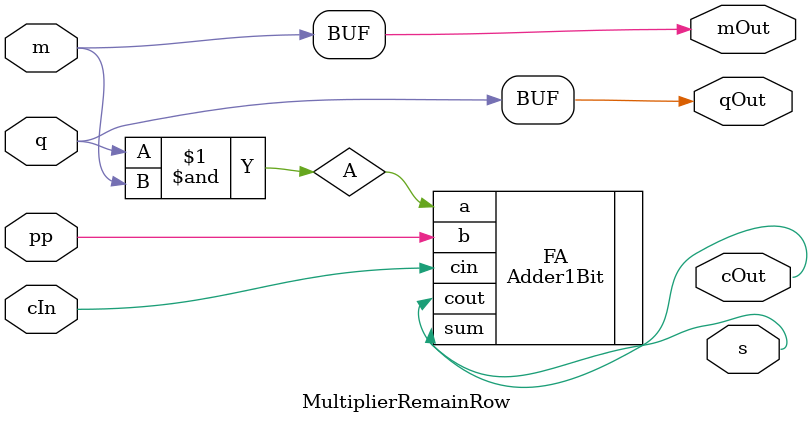
<source format=v>

module MultiplierRemainRow (
// Declare input and output ports
    input  pp,
    input  m,
    input  q,
    input  cIn,
    
    output qOut,
    output cOut,
    output mOut,
    output s
);
// Declare several single-bit wires that we can
// use to interconnect the gates. 
    wire A;
// Instantiate gates to calculate adder's inputs value(a) 
	 and (A,q,m);

// Use module Adder1Bit to calculate necessary outputs
	 Adder1Bit FA(
	 .a(A),
	 .b(pp),
	 .cin(cIn),
	 .cout(cOut),
	 .sum(s)
	 );
// Assign drivers to these two outputs which acutlly not outcome a real value
	 assign mOut=m;
	 assign qOut=q;
endmodule	 



</source>
